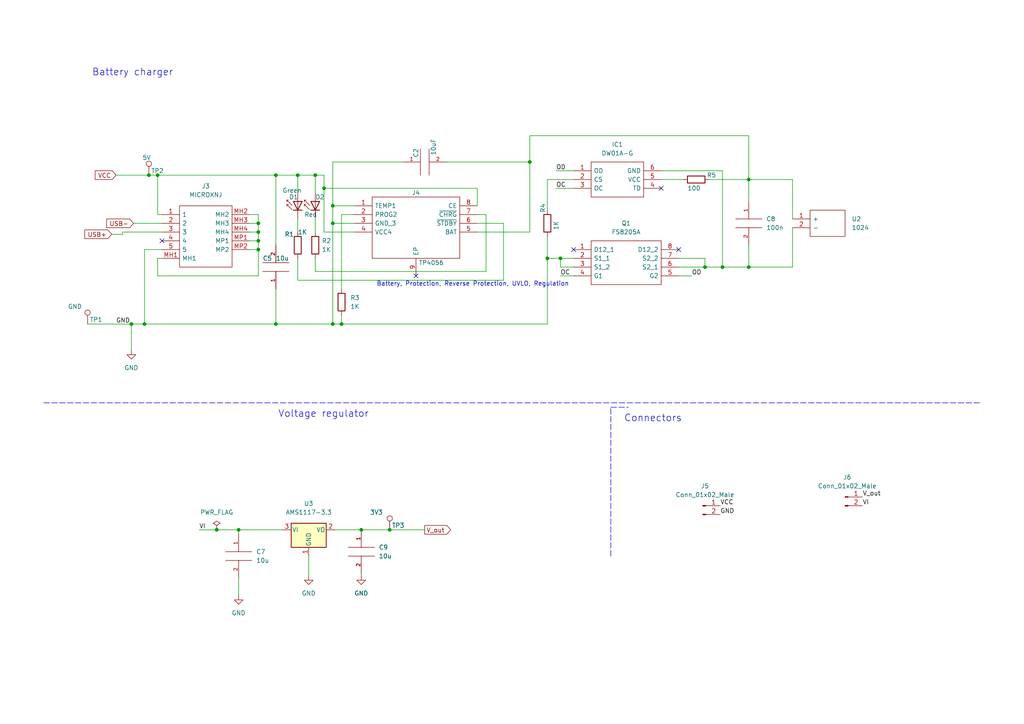
<source format=kicad_sch>
(kicad_sch (version 20211123) (generator eeschema)
  (paper "A4")
  (title_block (title "Power Subsystem") (date "2022-03-10") (rev "2.0") (company "Author: Matsoso Leseli"))
  (lib_symbols
    (symbol "1042:1024" (pin_names (offset 0.762))
      (property "Reference" "U" (at 16.51 7.62 0))
      (property "Value" "1024" (at 16.51 5.08 0))
      (symbol "1024_0_0"
        (pin passive line (at 0 0 0) (length 5.08) (name "+") (number "1"))
        (pin passive line (at 0 -2.54 0) (length 5.08) (name "-") (number "2"))
      )
      (symbol "1024_0_1"
        (polyline (pts (xy 5.08 2.54) (xy 15.24 2.54) (xy 15.24 -5.08) (xy 5.08 -5.08) (xy 5.08 2.54)) (stroke (width 0.1524)))
      )
    )
    (symbol "Connector:Conn_01x02_Male" (pin_names (offset 1.016) hide)
      (property "Reference" "J" (at 0 2.54 0))
      (property "Value" "Conn_01x02_Male" (at 0 -5.08 0))
      (symbol "Conn_01x02_Male_1_1"
        (polyline (pts (xy 1.27 -2.54) (xy 0.8636 -2.54)) (stroke (width 0.1524)))
        (polyline (pts (xy 1.27 0) (xy 0.8636 0)) (stroke (width 0.1524)))
        (rectangle (start 0.8636 -2.413) (end 0 -2.667) (stroke (width 0.1524)) (fill (type outline)))
        (rectangle (start 0.8636 0.127) (end 0 -0.127) (stroke (width 0.1524)) (fill (type outline)))
        (pin passive line (at 5.08 0 180) (length 3.81) (name "Pin_1") (number "1"))
        (pin passive line (at 5.08 -2.54 180) (length 3.81) (name "Pin_2") (number "2"))
      )
    )
    (symbol "Connector:TestPoint" (pin_numbers hide) (pin_names (offset 0.762) hide)
      (property "Reference" "TP" (at 0 6.858 0))
      (property "Value" "TestPoint" (at 0 5.08 0))
      (symbol "TestPoint_0_1"
        (circle (center 0 3.302) (radius 0.762))
      )
      (symbol "TestPoint_1_1"
        (pin passive line (at 0 0 90) (length 2.54) (name "1") (number "1"))
      )
    )
    (symbol "DW01A-G:DW01A-G" (pin_names (offset 0.762))
      (property "Reference" "IC" (at 21.59 7.62 0))
      (property "Value" "DW01A-G" (at 21.59 5.08 0))
      (symbol "DW01A-G_0_0"
        (pin passive line (at 0 0 0) (length 5.08) (name "OD") (number "1"))
        (pin passive line (at 0 -2.54 0) (length 5.08) (name "CS") (number "2"))
        (pin passive line (at 0 -5.08 0) (length 5.08) (name "OC") (number "3"))
        (pin passive line (at 25.4 -5.08 180) (length 5.08) (name "TD") (number "4"))
        (pin passive line (at 25.4 -2.54 180) (length 5.08) (name "VCC") (number "5"))
        (pin passive line (at 25.4 0 180) (length 5.08) (name "GND") (number "6"))
      )
      (symbol "DW01A-G_0_1"
        (polyline (pts (xy 5.08 2.54) (xy 20.32 2.54) (xy 20.32 -7.62) (xy 5.08 -7.62) (xy 5.08 2.54)) (stroke (width 0.1524)))
      )
    )
    (symbol "Device:R" (pin_numbers hide) (pin_names (offset 0))
      (property "Reference" "R" (at 2.032 0 90))
      (property "Value" "R" (at 0 0 90))
      (symbol "R_0_1"
        (rectangle (start -1.016 -2.54) (end 1.016 2.54) (stroke (width 0.254)))
      )
      (symbol "R_1_1"
        (pin passive line (at 0 3.81 270) (length 1.27) (name "~") (number "1"))
        (pin passive line (at 0 -3.81 90) (length 1.27) (name "~") (number "2"))
      )
    )
    (symbol "FS8205A:FS8205A" (pin_names (offset 0.762))
      (property "Reference" "Q" (at 26.67 7.62 0))
      (property "Value" "FS8205A" (at 26.67 5.08 0))
      (symbol "FS8205A_0_0"
        (pin passive line (at 0 0 0) (length 5.08) (name "D12_1") (number "1"))
        (pin passive line (at 0 -2.54 0) (length 5.08) (name "S1_1") (number "2"))
        (pin passive line (at 0 -5.08 0) (length 5.08) (name "S1_2") (number "3"))
        (pin passive line (at 0 -7.62 0) (length 5.08) (name "G1") (number "4"))
        (pin passive line (at 30.48 -7.62 180) (length 5.08) (name "G2") (number "5"))
        (pin passive line (at 30.48 -5.08 180) (length 5.08) (name "S2_1") (number "6"))
        (pin passive line (at 30.48 -2.54 180) (length 5.08) (name "S2_2") (number "7"))
        (pin passive line (at 30.48 0 180) (length 5.08) (name "D12_2") (number "8"))
      )
      (symbol "FS8205A_0_1"
        (polyline (pts (xy 5.08 2.54) (xy 25.4 2.54) (xy 25.4 -10.16) (xy 5.08 -10.16) (xy 5.08 2.54)) (stroke (width 0.1524)))
      )
    )
    (symbol "LED:LD274" (pin_numbers hide) (pin_names (offset 1.016) hide)
      (property "Reference" "D" (at 0.508 1.778 0))
      (property "Value" "LD274" (at -1.016 -2.794 0))
      (symbol "LD274_0_1"
        (polyline (pts (xy -2.54 1.27) (xy -2.54 -1.27)) (stroke (width 0.254)))
        (polyline (pts (xy 0 0) (xy -2.54 0)))
        (polyline (pts (xy 0.381 3.175) (xy -0.127 3.175)))
        (polyline (pts (xy -1.143 1.651) (xy 0.381 3.175) (xy 0.381 2.667)))
        (polyline (pts (xy 0 -1.27) (xy -2.54 0) (xy 0 1.27) (xy 0 -1.27)) (stroke (width 0.254)))
        (polyline (pts (xy -2.413 1.651) (xy -0.889 3.175) (xy -0.889 2.667) (xy -0.889 3.175) (xy -1.397 3.175)))
      )
      (symbol "LD274_1_1"
        (pin passive line (at -5.08 0 0) (length 2.54) (name "K") (number "1"))
        (pin passive line (at 2.54 0 180) (length 2.54) (name "A") (number "2"))
      )
    )
    (symbol "MICROXNJ:MICROXNJ" (pin_names (offset 0.762))
      (property "Reference" "J" (at 21.59 7.62 0))
      (property "Value" "MICROXNJ" (at 21.59 5.08 0))
      (symbol "MICROXNJ_0_0"
        (pin passive line (at 0 0 0) (length 5.08) (name "1") (number "1"))
        (pin passive line (at 0 -2.54 0) (length 5.08) (name "2") (number "2"))
        (pin passive line (at 0 -5.08 0) (length 5.08) (name "3") (number "3"))
        (pin passive line (at 0 -7.62 0) (length 5.08) (name "4") (number "4"))
        (pin passive line (at 0 -10.16 0) (length 5.08) (name "5") (number "5"))
        (pin passive line (at 0 -12.7 0) (length 5.08) (name "MH1") (number "MH1"))
        (pin passive line (at 25.4 0 180) (length 5.08) (name "MH2") (number "MH2"))
        (pin passive line (at 25.4 -2.54 180) (length 5.08) (name "MH3") (number "MH3"))
        (pin passive line (at 25.4 -5.08 180) (length 5.08) (name "MH4") (number "MH4"))
        (pin passive line (at 25.4 -7.62 180) (length 5.08) (name "MP1") (number "MP1"))
        (pin passive line (at 25.4 -10.16 180) (length 5.08) (name "MP2") (number "MP2"))
      )
      (symbol "MICROXNJ_0_1"
        (polyline (pts (xy 5.08 2.54) (xy 20.32 2.54) (xy 20.32 -15.24) (xy 5.08 -15.24) (xy 5.08 2.54)) (stroke (width 0.1524)))
      )
    )
    (symbol "Regulator_Linear:AMS1117-3.3" (pin_names (offset 0.254))
      (property "Reference" "U" (at -3.81 3.175 0))
      (property "Value" "AMS1117-3.3" (at 0 3.175 0))
      (symbol "AMS1117-3.3_0_1"
        (rectangle (start -5.08 -5.08) (end 5.08 1.905) (stroke (width 0.254)) (fill (type background)))
      )
      (symbol "AMS1117-3.3_1_1"
        (pin power_in line (at 0 -7.62 90) (length 2.54) (name "GND") (number "1"))
        (pin power_out line (at 7.62 0 180) (length 2.54) (name "VO") (number "2"))
        (pin power_in line (at -7.62 0 0) (length 2.54) (name "VI") (number "3"))
      )
    )
    (symbol "TP4056:TP4056" (pin_names (offset 0.762))
      (property "Reference" "J6" (at 17.78 3.81 0))
      (property "Value" "TP4056" (at 22.225 -16.51 0))
      (symbol "TP4056_0_0"
        (pin passive line (at 0 0 0) (length 5.08) (name "TEMP1") (number "1"))
        (pin passive line (at 0 -2.54 0) (length 5.08) (name "PROG2") (number "2"))
        (pin passive line (at 0 -5.08 0) (length 5.08) (name "GND_3") (number "3"))
        (pin passive line (at 0 -7.62 0) (length 5.08) (name "VCC4") (number "4"))
        (pin passive line (at 35.56 -7.62 180) (length 5.08) (name "BAT") (number "5"))
        (pin passive line (at 35.56 -5.08 180) (length 5.08) (name "~{STDBY}") (number "6"))
        (pin passive line (at 35.56 -2.54 180) (length 5.08) (name "~{CHRG}") (number "7"))
        (pin passive line (at 35.56 0 180) (length 5.08) (name "CE") (number "8"))
        (pin passive line (at 17.78 -20.32 90) (length 5.08) (name "EP") (number "9"))
      )
      (symbol "TP4056_0_1"
        (polyline (pts (xy 5.08 2.54) (xy 30.48 2.54) (xy 30.48 -15.24) (xy 5.08 -15.24) (xy 5.08 2.54)) (stroke (width 0.1524)))
      )
    )
    (symbol "power:GND" (power) (pin_names (offset 0))
      (property "Value" "GND" (at 0 -3.81 0))
      (symbol "GND_0_1"
        (polyline (pts (xy 0 0) (xy 0 -1.27) (xy 1.27 -1.27) (xy 0 -2.54) (xy -1.27 -1.27) (xy 0 -1.27)))
      )
      (symbol "GND_1_1"
        (pin power_in line (at 0 0 270) (length 0) hide (name "GND") (number "1"))
      )
    )
    (symbol "power:PWR_FLAG" (power) (pin_numbers hide) (pin_names (offset 0) hide)
      (property "Value" "PWR_FLAG" (at 0 3.81 0))
      (symbol "PWR_FLAG_0_0"
        (pin power_out line (at 0 0 90) (length 0) (name "pwr") (number "1"))
      )
      (symbol "PWR_FLAG_0_1"
        (polyline (pts (xy 0 0) (xy 0 1.27) (xy -1.016 1.905) (xy 0 2.54) (xy 1.016 1.905) (xy 0 1.27)))
      )
    )
    (symbol "pspice:CAP" (pin_names (offset 0.254))
      (property "Reference" "C" (at 2.54 3.81 90))
      (property "Value" "CAP" (at 2.54 -3.81 90))
      (symbol "CAP_0_1"
        (polyline (pts (xy -3.81 -1.27) (xy 3.81 -1.27)))
        (polyline (pts (xy -3.81 1.27) (xy 3.81 1.27)))
      )
      (symbol "CAP_1_1"
        (pin passive line (at 0 6.35 270) (length 5.08) (name "~") (number "1"))
        (pin passive line (at 0 -6.35 90) (length 5.08) (name "~") (number "2"))
      )
    )
  )
  (junction (at 162.56 74.93))
  (junction (at 96.52 93.98))
  (junction (at 217.17 77.47))
  (junction (at 43.18 50.8))
  (junction (at 113.03 153.67))
  (junction (at 217.17 52.07))
  (junction (at 96.52 59.69))
  (junction (at 62.865 153.67))
  (junction (at 80.01 50.8))
  (junction (at 74.93 69.85))
  (junction (at 45.72 50.8))
  (junction (at 104.775 153.67))
  (junction (at 96.52 64.77))
  (junction (at 153.67 46.99))
  (junction (at 74.93 64.77))
  (junction (at 204.47 77.47))
  (junction (at 80.01 93.98))
  (junction (at 209.55 77.47))
  (junction (at 38.1 93.98))
  (junction (at 158.75 74.93))
  (junction (at 41.91 93.98))
  (junction (at 74.93 72.39))
  (junction (at 86.36 50.8))
  (junction (at 69.215 153.67))
  (junction (at 91.44 50.8))
  (junction (at 93.98 54.61))
  (junction (at 74.93 67.31))
  (junction (at 99.06 93.98))
  (no_connect (at 196.85 72.39))
  (no_connect (at 166.37 72.39))
  (no_connect (at 191.77 54.61))
  (no_connect (at 46.99 69.85))
  (no_connect (at 120.65 80.01))
  (wire (pts (xy 196.85 77.47) (xy 204.47 77.47)))
  (wire (pts (xy 80.01 50.8) (xy 86.36 50.8)))
  (wire (pts (xy 96.52 46.99) (xy 96.52 59.69)))
  (wire (pts (xy 62.865 153.67) (xy 69.215 153.67)))
  (wire (pts (xy 138.43 62.23) (xy 140.97 62.23)))
  (wire (pts (xy 72.39 69.85) (xy 74.93 69.85)))
  (wire (pts (xy 74.93 72.39) (xy 74.93 80.01)))
  (wire (pts (xy 162.56 77.47) (xy 162.56 74.93)))
  (wire (pts (xy 191.77 52.07) (xy 198.12 52.07)))
  (wire (pts (xy 72.39 67.31) (xy 74.93 67.31)))
  (wire (pts (xy 86.36 50.8) (xy 86.36 55.88)))
  (wire (pts (xy 140.97 62.23) (xy 140.97 78.74)))
  (wire (pts (xy 41.91 93.98) (xy 80.01 93.98)))
  (wire (pts (xy 217.17 77.47) (xy 229.87 77.47)))
  (wire (pts (xy 91.44 63.5) (xy 91.44 67.31)))
  (wire (pts (xy 200.66 80.01) (xy 196.85 80.01)))
  (wire (pts (xy 96.52 93.98) (xy 99.06 93.98)))
  (wire (pts (xy 96.52 59.69) (xy 96.52 64.77)))
  (wire (pts (xy 217.17 58.42) (xy 217.17 52.07)))
  (wire (pts (xy 138.43 59.69) (xy 138.43 54.61)))
  (wire (pts (xy 69.215 153.67) (xy 69.215 154.94)))
  (wire (pts (xy 45.72 74.93) (xy 46.99 74.93)))
  (wire (pts (xy 229.87 66.04) (xy 229.87 77.47)))
  (wire (pts (xy 129.54 46.99) (xy 153.67 46.99)))
  (wire (pts (xy 86.36 63.5) (xy 86.36 67.31)))
  (wire (pts (xy 91.44 78.74) (xy 140.97 78.74)))
  (wire (pts (xy 99.06 83.82) (xy 99.06 62.23)))
  (wire (pts (xy 45.72 50.8) (xy 80.01 50.8)))
  (wire (pts (xy 38.1 93.98) (xy 41.91 93.98)))
  (wire (pts (xy 32.385 67.945) (xy 35.56 67.945)))
  (wire (pts (xy 93.98 54.61) (xy 93.98 50.8)))
  (wire (pts (xy 158.75 74.93) (xy 158.75 93.98)))
  (wire (pts (xy 99.06 91.44) (xy 99.06 93.98)))
  (wire (pts (xy 46.99 62.23) (xy 45.72 62.23)))
  (wire (pts (xy 45.72 80.01) (xy 45.72 74.93)))
  (wire (pts (xy 72.39 64.77) (xy 74.93 64.77)))
  (wire (pts (xy 204.47 77.47) (xy 209.55 77.47)))
  (polyline (pts (xy 12.7 116.84) (xy 284.48 116.84)))
  (wire (pts (xy 209.55 49.53) (xy 209.55 77.47)))
  (wire (pts (xy 74.93 80.01) (xy 45.72 80.01)))
  (wire (pts (xy 69.215 167.64) (xy 69.215 172.72)))
  (wire (pts (xy 25.4 93.98) (xy 38.1 93.98)))
  (wire (pts (xy 158.75 74.93) (xy 162.56 74.93)))
  (wire (pts (xy 86.36 74.93) (xy 86.36 81.28)))
  (wire (pts (xy 116.84 46.99) (xy 96.52 46.99)))
  (wire (pts (xy 153.67 46.99) (xy 153.67 67.31)))
  (wire (pts (xy 93.98 54.61) (xy 138.43 54.61)))
  (wire (pts (xy 35.56 67.31) (xy 35.56 67.945)))
  (wire (pts (xy 96.52 64.77) (xy 102.87 64.77)))
  (wire (pts (xy 45.72 50.8) (xy 45.72 62.23)))
  (wire (pts (xy 69.215 153.67) (xy 81.915 153.67)))
  (wire (pts (xy 217.17 71.12) (xy 217.17 77.47)))
  (wire (pts (xy 162.56 74.93) (xy 166.37 74.93)))
  (wire (pts (xy 35.56 67.31) (xy 46.99 67.31)))
  (wire (pts (xy 191.77 49.53) (xy 209.55 49.53)))
  (wire (pts (xy 205.74 52.07) (xy 217.17 52.07)))
  (wire (pts (xy 72.39 62.23) (xy 74.93 62.23)))
  (wire (pts (xy 146.05 64.77) (xy 138.43 64.77)))
  (wire (pts (xy 153.67 39.37) (xy 153.67 46.99)))
  (wire (pts (xy 80.01 93.98) (xy 96.52 93.98)))
  (wire (pts (xy 38.1 93.98) (xy 38.1 101.6)))
  (wire (pts (xy 161.29 54.61) (xy 166.37 54.61)))
  (wire (pts (xy 209.55 77.47) (xy 217.17 77.47)))
  (wire (pts (xy 196.85 74.93) (xy 204.47 74.93)))
  (wire (pts (xy 217.17 52.07) (xy 229.87 52.07)))
  (wire (pts (xy 153.67 39.37) (xy 217.17 39.37)))
  (wire (pts (xy 91.44 74.93) (xy 91.44 78.74)))
  (wire (pts (xy 99.06 93.98) (xy 158.75 93.98)))
  (wire (pts (xy 161.29 49.53) (xy 166.37 49.53)))
  (wire (pts (xy 104.775 153.67) (xy 113.03 153.67)))
  (wire (pts (xy 46.99 72.39) (xy 41.91 72.39)))
  (wire (pts (xy 57.785 153.67) (xy 62.865 153.67)))
  (wire (pts (xy 86.36 81.28) (xy 146.05 81.28)))
  (wire (pts (xy 72.39 72.39) (xy 74.93 72.39)))
  (wire (pts (xy 229.87 52.07) (xy 229.87 63.5)))
  (wire (pts (xy 80.01 83.82) (xy 80.01 93.98)))
  (wire (pts (xy 158.75 52.07) (xy 166.37 52.07)))
  (wire (pts (xy 38.735 64.77) (xy 46.99 64.77)))
  (wire (pts (xy 97.155 153.67) (xy 104.775 153.67)))
  (wire (pts (xy 146.05 81.28) (xy 146.05 64.77)))
  (wire (pts (xy 91.44 50.8) (xy 91.44 55.88)))
  (wire (pts (xy 96.52 64.77) (xy 96.52 93.98)))
  (wire (pts (xy 74.93 69.85) (xy 74.93 72.39)))
  (wire (pts (xy 89.535 161.29) (xy 89.535 167.005)))
  (wire (pts (xy 74.93 62.23) (xy 74.93 64.77)))
  (wire (pts (xy 166.37 77.47) (xy 162.56 77.47)))
  (wire (pts (xy 96.52 59.69) (xy 102.87 59.69)))
  (wire (pts (xy 99.06 62.23) (xy 102.87 62.23)))
  (wire (pts (xy 138.43 67.31) (xy 153.67 67.31)))
  (polyline (pts (xy 177.165 118.11) (xy 182.245 118.11)))
  (wire (pts (xy 86.36 50.8) (xy 91.44 50.8)))
  (polyline (pts (xy 177.165 161.29) (xy 177.165 118.11)))
  (wire (pts (xy 41.91 72.39) (xy 41.91 93.98)))
  (wire (pts (xy 80.01 50.8) (xy 80.01 71.12)))
  (wire (pts (xy 93.98 67.31) (xy 93.98 54.61)))
  (wire (pts (xy 113.03 153.67) (xy 123.19 153.67)))
  (wire (pts (xy 158.75 60.96) (xy 158.75 52.07)))
  (wire (pts (xy 74.93 67.31) (xy 74.93 69.85)))
  (wire (pts (xy 102.87 67.31) (xy 93.98 67.31)))
  (wire (pts (xy 74.93 64.77) (xy 74.93 67.31)))
  (wire (pts (xy 204.47 74.93) (xy 204.47 77.47)))
  (wire (pts (xy 217.17 39.37) (xy 217.17 52.07)))
  (wire (pts (xy 162.56 80.01) (xy 166.37 80.01)))
  (wire (pts (xy 104.775 166.37) (xy 104.775 167.005)))
  (wire (pts (xy 33.655 50.8) (xy 43.18 50.8)))
  (wire (pts (xy 158.75 68.58) (xy 158.75 74.93)))
  (wire (pts (xy 91.44 50.8) (xy 93.98 50.8)))
  (wire (pts (xy 43.18 50.8) (xy 45.72 50.8)))
  (text "Battery charger" (at 26.67 22.225 0) (effects (font (size 2 2)) (justify left bottom)))
  (text "Connectors\n" (at 180.975 122.555 0) (effects (font (size 2 2)) (justify left bottom)))
  (text "Battery, Protection, Reverse Protection, UVLO, Regulation" (at 109.22 83.185 0) (effects (font (size 1.27 1.27)) (justify left bottom)))
  (text "Voltage regulator\n" (at 80.645 121.285 0) (effects (font (size 2 2)) (justify left bottom)))
  (label "OC" (at 161.29 54.61 0))
  (label "OD" (at 161.29 49.53 0))
  (label "VI" (at 250.19 146.685 0))
  (label "GND" (at 33.655 93.98 0))
  (label "V_out" (at 250.19 144.145 0))
  (label "VCC" (at 208.915 146.685 0))
  (label "GND" (at 208.915 149.225 0))
  (label "OC" (at 162.56 80.01 0))
  (label "VI" (at 57.785 153.67 0))
  (label "OD" (at 200.66 80.01 0))
  (global_label "V_out" (shape output) (at 123.19 153.67 0) (property "Intersheet References" "${INTERSHEET_REFS}" (effects hide)))
  (global_label "USB-" (shape input) (at 38.735 64.77 180) (property "Intersheet References" "${INTERSHEET_REFS}" (effects hide)))
  (global_label "VCC" (shape input) (at 33.655 50.8 180) (property "Intersheet References" "${INTERSHEET_REFS}" (effects hide)))
  (global_label "USB+" (shape input) (at 32.385 67.945 180) (property "Intersheet References" "${INTERSHEET_REFS}" (effects hide)))
  (symbol (lib_id "1042:1024") (at 229.87 63.5 0) (unit 1)
    (property "Reference" "U2" (at 247.015 63.4999 0) (effects (justify left)))
    (property "Value" "1024" (at 247.015 66.0399 0) (effects (justify left)))
    (property "Footprint" "BT:1024" (effects hide))
    (property "Datasheet" "http://www.keyelco.com/product-pdf.cfm?p=936" (effects hide))
    (property "Description" "KEYSTONE - 1024 - BATTERY HOLDER, AA CELL, SURFACE MT" (effects hide))
    (property "Height" "14" (effects hide))
    (property "Manufacturer_Name" "Keystone Electronics" (effects hide))
    (property "Manufacturer_Part_Number" "1024" (effects hide))
    (property "Mouser Part Number" "534-1024" (effects hide))
    (property "Mouser Price/Stock" "https://www.mouser.co.uk/ProductDetail/Keystone-Electronics/1024?qs=%2F%252BPMR94VuMZrxTZbZiPNbw%3D%3D" (effects hide))
  )
  (symbol (lib_id "power:PWR_FLAG") (at 62.865 153.67 0) (unit 1)
    (property "Reference" "#FLG03" (effects hide))
    (property "Value" "PWR_FLAG" (at 62.865 148.59 0))
  )
  (symbol (lib_id "pspice:CAP") (at 104.775 160.02 0) (unit 1)
    (property "Reference" "C9" (at 109.855 158.7499 0) (effects (justify left)))
    (property "Value" "10u" (at 109.855 161.2899 0) (effects (justify left)))
    (property "Footprint" "10uFcapa:CAPC1608X100N" (effects hide))
  )
  (symbol (lib_id "pspice:CAP") (at 80.01 77.47 180) (unit 1)
    (property "Reference" "C5" (at 76.2 74.93 0) (effects (justify right)))
    (property "Value" "10u" (at 80.01 74.93 0) (effects (justify right)))
    (property "Footprint" "10uFcapa:CAPC1608X100N" (effects hide))
  )
  (symbol (lib_id "Device:R") (at 201.93 52.07 90) (unit 1)
    (property "Reference" "R5" (at 206.375 50.8 90))
    (property "Value" "100" (at 201.295 54.61 90))
    (property "Footprint" "100_R:RESC1608X55N" (effects hide))
  )
  (symbol (lib_id "power:GND") (at 69.215 172.72 0) (unit 1)
    (property "Reference" "#PWR0109" (effects hide))
    (property "Value" "GND" (at 69.215 177.8 0))
  )
  (symbol (lib_id "TP4056:TP4056") (at 102.87 59.69 0) (unit 1)
    (property "Reference" "J4" (at 120.65 55.88 0))
    (property "Value" "TP4056" (at 125.095 76.2 0))
    (property "Footprint" "TP4056:SOIC127P600X175-9N" (effects hide))
    (property "Datasheet" "https://dlnmh9ip6v2uc.cloudfront.net/datasheets/Prototyping/TP4056.pdf" (effects hide))
    (property "Description" "1A Standalone Linear Li-lon Battery Charger, SOP-8" (effects hide))
    (property "Height" "1.75" (effects hide))
    (property "Manufacturer_Name" "NanJing Top Power" (effects hide))
    (property "Manufacturer_Part_Number" "TP4056" (effects hide))
  )
  (symbol (lib_id "power:GND") (at 89.535 167.005 0) (unit 1)
    (property "Reference" "#PWR0110" (effects hide))
    (property "Value" "GND" (at 89.535 172.085 0))
  )
  (symbol (lib_id "Connector:Conn_01x02_Male") (at 203.835 146.685 0) (unit 1)
    (property "Reference" "J5" (at 204.47 140.97 0))
    (property "Value" "Conn_01x02_Male" (at 204.47 143.51 0))
    (property "Footprint" "Connector_PinHeader_2.54mm:PinHeader_1x02_P2.54mm_Vertical" (effects hide))
  )
  (symbol (lib_id "LED:LD274") (at 86.36 58.42 90) (unit 1)
    (property "Reference" "D1" (at 83.82 57.15 90) (effects (justify right)))
    (property "Value" "Green" (at 81.915 55.245 90) (effects (justify right)))
    (property "Footprint" "LED_THT:LED_D5.0mm_IRGrey" (effects hide))
    (property "Datasheet" "http://pdf.datasheetcatalog.com/datasheet/siemens/LD274.pdf" (effects hide))
  )
  (symbol (lib_id "LED:LD274") (at 91.44 58.42 90) (unit 1)
    (property "Reference" "D2" (at 91.44 57.15 90) (effects (justify right)))
    (property "Value" "Red" (at 88.265 62.23 90) (effects (justify right)))
    (property "Footprint" "LED_THT:LED_D5.0mm_IRGrey" (effects hide))
    (property "Datasheet" "http://pdf.datasheetcatalog.com/datasheet/siemens/LD274.pdf" (effects hide))
  )
  (symbol (lib_id "power:GND") (at 38.1 101.6 0) (unit 1)
    (property "Reference" "#PWR0112" (effects hide))
    (property "Value" "GND" (at 38.1 106.68 0))
  )
  (symbol (lib_id "MICROXNJ:MICROXNJ") (at 46.99 62.23 0) (unit 1)
    (property "Reference" "J3" (at 59.69 53.975 0))
    (property "Value" "MICROXNJ" (at 59.69 56.515 0))
    (property "Footprint" "MICRO:MICROXNJ" (effects hide))
    (property "Datasheet" "https://datasheet.lcsc.com/szlcsc/1912111437_SHOU-HAN-MicroXNJ_C404969.pdf" (effects hide))
    (property "Description" "MICRO-USB-SMD_MICROXNJ" (effects hide))
    (property "Height" "2.425" (effects hide))
    (property "Manufacturer_Name" "Shou Han" (effects hide))
    (property "Manufacturer_Part_Number" "MICROXNJ" (effects hide))
  )
  (symbol (lib_id "Device:R") (at 91.44 71.12 0) (unit 1)
    (property "Reference" "R2" (at 93.345 69.8499 0) (effects (justify left)))
    (property "Value" "1K" (at 93.345 72.3899 0) (effects (justify left)))
    (property "Footprint" "1K_R:RESC1005X40N" (effects hide))
  )
  (symbol (lib_id "Device:R") (at 99.06 87.63 0) (unit 1)
    (property "Reference" "R3" (at 101.6 86.3599 0) (effects (justify left)))
    (property "Value" "1K" (at 101.6 88.8999 0) (effects (justify left)))
    (property "Footprint" "1K_R:RESC1005X40N" (effects hide))
  )
  (symbol (lib_id "Connector:TestPoint") (at 113.03 153.67 0) (unit 1)
    (property "Reference" "TP3" (at 113.665 152.4 0) (effects (justify left)))
    (property "Value" "3V3" (at 107.315 148.59 0) (effects (justify left)))
    (property "Footprint" "TestPoint:TestPoint_Pad_1.0x1.0mm" (effects hide))
  )
  (symbol (lib_id "Connector:Conn_01x02_Male") (at 245.11 144.145 0) (unit 1)
    (property "Reference" "J6" (at 245.745 138.43 0))
    (property "Value" "Conn_01x02_Male" (at 245.745 140.97 0))
    (property "Footprint" "Connector_PinHeader_2.54mm:PinHeader_1x02_P2.54mm_Vertical" (effects hide))
  )
  (symbol (lib_id "DW01A-G:DW01A-G") (at 166.37 49.53 0) (unit 1)
    (property "Reference" "IC1" (at 179.07 41.91 0))
    (property "Value" "DW01A-G" (at 179.07 44.45 0))
    (property "Footprint" "DW:SOT95P280X135-6N" (effects hide))
    (property "Datasheet" "http://acoptex.com/uploads/DW01A.pdf" (effects hide))
    (property "Description" "One Cell Lithium-ion/Polymer Battery Protection IC" (effects hide))
    (property "Height" "1.35" (effects hide))
    (property "Manufacturer_Name" "Fortune Semiconductor Corporation" (effects hide))
    (property "Manufacturer_Part_Number" "DW01A-G" (effects hide))
  )
  (symbol (lib_id "power:GND") (at 104.775 167.005 0) (unit 1)
    (property "Reference" "#PWR0111" (effects hide))
    (property "Value" "GND" (at 104.775 172.085 0))
  )
  (symbol (lib_id "pspice:CAP") (at 69.215 161.29 0) (unit 1)
    (property "Reference" "C7" (at 74.295 160.0199 0) (effects (justify left)))
    (property "Value" "10u" (at 74.295 162.5599 0) (effects (justify left)))
    (property "Footprint" "10uFcapa:CAPC1608X100N" (effects hide))
  )
  (symbol (lib_id "FS8205A:FS8205A") (at 166.37 72.39 0) (unit 1)
    (property "Reference" "Q1" (at 181.61 64.77 0))
    (property "Value" "FS8205A" (at 181.61 67.31 0))
    (property "Footprint" "FS82:SOP65P640X120-8N" (effects hide))
    (property "Datasheet" "http://www.ic-fortune.com/upload/Download/FS8205A-DS-12_EN.pdf" (effects hide))
    (property "Description" "Dual N-Channel Enahncement Mode Power MOSFET" (effects hide))
    (property "Height" "1.2" (effects hide))
    (property "Manufacturer_Name" "fortune" (effects hide))
    (property "Manufacturer_Part_Number" "FS8205A" (effects hide))
  )
  (symbol (lib_id "Device:R") (at 86.36 71.12 0) (unit 1)
    (property "Reference" "R1" (at 82.55 67.945 0) (effects (justify left)))
    (property "Value" "1K" (at 86.36 67.31 0) (effects (justify left)))
    (property "Footprint" "1K_R:RESC1005X40N" (effects hide))
  )
  (symbol (lib_id "Connector:TestPoint") (at 43.18 50.8 0) (unit 1)
    (property "Reference" "TP2" (at 43.815 49.53 0) (effects (justify left)))
    (property "Value" "5V" (at 41.275 45.72 0) (effects (justify left)))
    (property "Footprint" "TestPoint:TestPoint_Pad_1.0x1.0mm" (effects hide))
  )
  (symbol (lib_id "Regulator_Linear:AMS1117-3.3") (at 89.535 153.67 0) (unit 1)
    (property "Reference" "U3" (at 89.535 146.05 0))
    (property "Value" "AMS1117-3.3" (at 89.535 148.59 0))
    (property "Footprint" "Package_TO_SOT_SMD:SOT-223-3_TabPin2" (effects hide))
    (property "Datasheet" "http://www.advanced-monolithic.com/pdf/ds1117.pdf" (effects hide))
  )
  (symbol (lib_id "Connector:TestPoint") (at 25.4 93.98 0) (unit 1)
    (property "Reference" "TP1" (at 26.035 92.71 0) (effects (justify left)))
    (property "Value" "GND" (at 19.685 88.9 0) (effects (justify left)))
    (property "Footprint" "TestPoint:TestPoint_Pad_1.0x1.0mm" (effects hide))
  )
  (symbol (lib_id "pspice:CAP") (at 123.19 46.99 90) (unit 1)
    (property "Reference" "C2" (at 120.65 45.72 0) (effects (justify left)))
    (property "Value" "10uF" (at 125.73 45.085 0) (effects (justify left)))
    (property "Footprint" "10uFcapa:CAPC1608X100N" (effects hide))
  )
  (symbol (lib_id "pspice:CAP") (at 217.17 64.77 0) (unit 1)
    (property "Reference" "C8" (at 222.25 63.4999 0) (effects (justify left)))
    (property "Value" "100n" (at 222.25 66.0399 0) (effects (justify left)))
    (property "Footprint" "10uFcapa:CAPC1608X100N" (effects hide))
  )
  (symbol (lib_id "Device:R") (at 158.75 64.77 180) (unit 1)
    (property "Reference" "R4" (at 157.48 60.325 90))
    (property "Value" "1K" (at 161.29 65.405 90))
    (property "Footprint" "1K_R:RESC1005X40N" (effects hide))
  )
)
</source>
